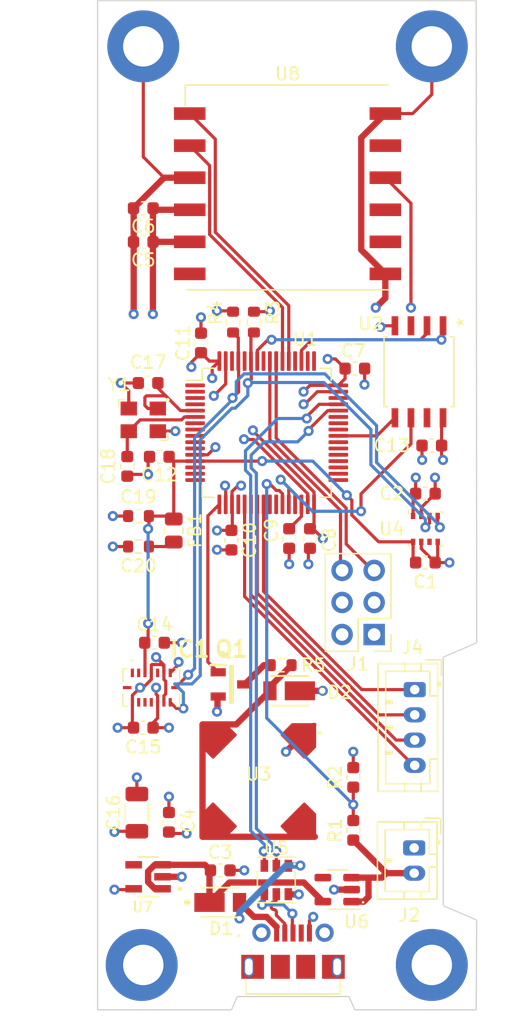
<source format=kicad_pcb>
(kicad_pcb (version 20211014) (generator pcbnew)
  (layers (0 "F.Cu" signal) (1 "In1.Cu" power) (2 "In2.Cu" power) (31 "B.Cu" signal) (34 "B.Paste" user) (35 "F.Paste" user) (36 "B.SilkS" user "B.Silkscreen") (37 "F.SilkS" user "F.Silkscreen") (38 "B.Mask" user) (39 "F.Mask" user) (44 "Edge.Cuts" user))
  (net 0 "")
  (net 5 "Net-(C9-Pad1)")
  (net 6 "Net-(C17-Pad1)")
  (net 12 "Net-(C18-Pad1)")
  (net 14 "/MCU/QUADSPI_CLK")
  (net 15 "/MCU/QUADSPI_IO0")
  (net 20 "/MCU/SPI1_SCK")
  (net 21 "/MCU/SPI1_MISO")
  (net 22 "/MCU/SPI1_MOSI")
  (net 23 "/MCU/Radio_Enable")
  (net 26 "/MCU/SYS_JTCK_SWCLK")
  (net 37 "/MCU/QUADSPI_IO1")
  (net 43 "Net-(Q1-Pad3)")
  (net 44 "/MCU/QUADSPI_NCS")
  (net 47 "Net-(D2-Pad2)")
  (net 48 "/MCU/usb_dm")
  (net 51 "/MCU/usb_dp")
  (net 52 "/MCU/SCL")
  (net 53 "GND")
  (net 54 "+3.3V")
  (net 57 "+3.3VA")
  (net 58 "VBUS")
  (net 61 "Net-(C3-Pad1)")
  (net 67 "/GPS/rx_gps")
  (net 68 "/GPS/tx_gps")
  (net 69 "Net-(J3-Pad2)")
  (net 70 "Net-(J3-Pad3)")
  (net 71 "/MCU/SYS_JTCK-SWCLK")
  (net 72 "/MCU/SYS_JTMS-SWDIO")
  (net 73 "/MCU/SYS_JTRST")
  (net 74 "/MCU/SYS_JTDO-SWO")
  (net 75 "/MCU/SYS_JTDI")
  (net 76 "/MCU/buzzer_gate")
  (net 77 "/MCU/SDA")
  (net 79 "Net-(J2-Pad2)")
  (net 80 "/MCU/PWR_BVOLTS")
  (net 81 "Net-(C20-Pad1)")
  (footprint "MountingHole:MountingHole_3.2mm_M3_ISO7380_Pad_TopBottom" (layer "F.Cu") (at 46.482 96.393)
    (fp_text reference "H4" hide)
    (fp_text value "MountingHole_Pad")
  )
  (footprint "Resistor_SMD:R_0603_1608Metric" (layer "F.Cu") (at 23.241 63.246 180)
    (fp_text reference "C20")
    (fp_text value "1uF")
  )
  (footprint "Capacitor_SMD:C_0603_1608Metric" (layer "F.Cu") (at 46.482 55.245 180)
    (fp_text reference "C13")
    (fp_text value "100n")
  )
  (footprint "Resistor_SMD:R_0603_1608Metric" (layer "F.Cu") (at 34.544 72.644 180)
    (fp_text reference "R5")
    (fp_text value "68")
  )
  (footprint "Capacitor_SMD:C_0603_1608Metric" (layer "F.Cu") (at 24.003 50.292 180)
    (fp_text reference "C17")
    (fp_text value "8pF")
  )
  (footprint "Capacitor_SMD:C_0603_1608Metric" (layer "F.Cu") (at 24.892 56.134 180)
    (fp_text reference "C12")
    (fp_text value "100n")
  )
  (footprint "Resistor_SMD:R_0603_1608Metric" (layer "F.Cu") (at 30.734 45.466 90)
    (fp_text reference "R4")
    (fp_text value "4.7k")
  )
  (footprint "Components:JST_PH_B2B-PH-K_1x02_P2.00mm_Vertical" (layer "F.Cu") (at 45.085 87.122 -90)
    (fp_text reference "J2")
    (fp_text value "Conn_01x02")
  )
  (footprint "Resistor_SMD:R_0805_2012Metric" (layer "F.Cu") (at 26.035 61.976 -90)
    (fp_text reference "FB1")
    (fp_text value "120R@100MHz")
  )
  (footprint "Components:Quectel_L80-R" (layer "F.Cu") (at 35.052 34.798)
    (fp_text reference "U8")
    (fp_text value "L80-R")
  )
  (footprint "Resistor_SMD:R_0603_1608Metric" (layer "F.Cu") (at 32.385 45.466 90)
    (fp_text reference "R3")
    (fp_text value "4.7k")
  )
  (footprint "Components:SOT96P240X120-3N" (layer "F.Cu") (at 30.607 74.168)
    (fp_text reference "Q1")
    (fp_text value "2N7002-7-F" hide)
  )
  (footprint "Capacitor_SMD:C_0603_1608Metric" (layer "F.Cu") (at 23.622 36.449 180)
    (fp_text reference "C6")
    (fp_text value "C_Small")
  )
  (footprint "Components:MOLEX_105017-0001" (layer "F.Cu") (at 35.485 96.539)
    (fp_text reference "J3")
    (fp_text value "105017-0001")
  )
  (footprint "Capacitor_SMD:C_0603_1608Metric" (layer "F.Cu") (at 30.607 62.738 -90)
    (fp_text reference "C10")
    (fp_text value "100n")
  )
  (footprint "Capacitor_SMD:C_0603_1608Metric" (layer "F.Cu") (at 40.259 85.725 90)
    (fp_text reference "R1")
    (fp_text value "100k")
  )
  (footprint "Capacitor_SMD:C_0603_1608Metric" (layer "F.Cu") (at 24.511 70.866)
    (fp_text reference "C14")
    (fp_text value "100nF")
  )
  (footprint "Components:PowerDI123" (layer "F.Cu") (at 35.179 74.676)
    (fp_text reference "D2")
    (fp_text value "D_Schottky" hide)
  )
  (footprint "MountingHole:MountingHole_3.2mm_M3_ISO7380_Pad_TopBottom" (layer "F.Cu") (at 46.482 23.622)
    (fp_text reference "H2" hide)
    (fp_text value "MountingHole_Pad")
  )
  (footprint "Components:BMI088" (layer "F.Cu") (at 24.257 74.422)
    (fp_text reference "IC1")
    (fp_text value "BMI088" hide)
  )
  (footprint "Capacitor_SMD:C_0603_1608Metric" (layer "F.Cu") (at 25.654 85.09 90)
    (fp_text reference "C4")
    (fp_text value "1uF")
  )
  (footprint "Components:JST_PH_B4B-PH-K_1x04_P2.00mm_Vertical" (layer "F.Cu") (at 45.127 74.581 -90)
    (fp_text reference "J4")
    (fp_text value "Conn_01x04")
  )
  (footprint "Capacitor_SMD:C_0603_1608Metric" (layer "F.Cu") (at 45.974 64.516)
    (fp_text reference "C1")
    (fp_text value "100nF")
  )
  (footprint "Components:SOT95P280X145-5N" (layer "F.Cu") (at 24.003 89.408 180)
    (fp_text reference "U7")
    (fp_text value "NCP161ASN180T1G")
  )
  (footprint "Capacitor_SMD:C_0603_1608Metric" (layer "F.Cu") (at 35.179 62.611 -90)
    (fp_text reference "C9")
    (fp_text value "4.7u")
  )
  (footprint "Components:ECS-80-8-33Q-ADS-TR3 Crystal" (layer "F.Cu") (at 23.622 53.213 180)
    (fp_text reference "Y1")
    (fp_text value "Crystal_GND24")
  )
  (footprint "Connector_PinHeader_2.54mm:PinHeader_2x03_P2.54mm_Vertical" (layer "F.Cu") (at 41.915 70.216 180)
    (fp_text reference "J1")
    (fp_text value "Conn_01x06_Male")
  )
  (footprint "Components:SDR08540M3-01 Buzzer" (layer "F.Cu") (at 32.766 81.788)
    (fp_text reference "U3")
    (fp_text value "SDR08540M3-01")
  )
  (footprint "Components:STF202-22T1G" (layer "F.Cu") (at 34.163 89.662 180)
    (fp_text reference "U5")
    (fp_text value "STF202-22T1G" hide)
  )
  (footprint "Capacitor_SMD:C_0603_1608Metric" (layer "F.Cu") (at 29.718 88.9)
    (fp_text reference "C3")
    (fp_text value "1uF")
  )
  (footprint "Resistor_SMD:R_0603_1608Metric" (layer "F.Cu") (at 23.241 60.833 180)
    (fp_text reference "C19")
    (fp_text value "1uF")
  )
  (footprint "Components:PowerDI123" (layer "F.Cu") (at 29.718 91.44 180)
    (fp_text reference "D1")
    (fp_text value "DFLS130L" hide)
  )
  (footprint "MountingHole:MountingHole_3.2mm_M3_ISO7380_Pad_TopBottom" (layer "F.Cu") (at 23.622 23.622)
    (fp_text reference "H3" hide)
    (fp_text value "MountingHole_Pad")
  )
  (footprint "Package_LGA:Bosch_LGA-8_2.5x2.5mm_P0.65mm_ClockwisePinNumbering" (layer "F.Cu") (at 45.974 61.849)
    (fp_text reference "U4")
    (fp_text value "BME280")
  )
  (footprint "Capacitor_SMD:C_0603_1608Metric" (layer "F.Cu") (at 36.83 62.611 -90)
    (fp_text reference "C8")
    (fp_text value "100n")
  )
  (footprint "Capacitor_SMD:C_1206_3216Metric" (layer "F.Cu") (at 23.114 84.328 90)
    (fp_text reference "C16")
    (fp_text value "1uF")
  )
  (footprint "Capacitor_SMD:C_0603_1608Metric" (layer "F.Cu") (at 40.386 49.149)
    (fp_text reference "C7")
    (fp_text value "100n")
  )
  (footprint "Capacitor_SMD:C_0603_1608Metric" (layer "F.Cu") (at 23.622 77.597)
    (fp_text reference "C15")
    (fp_text value "100nF")
  )
  (footprint "MountingHole:MountingHole_3.2mm_M3_ISO7380_Pad_TopBottom" (layer "F.Cu") (at 23.495 96.393)
    (fp_text reference "H1" hide)
    (fp_text value "MountingHole_Pad")
  )
  (footprint "Package_TO_SOT_SMD:SOT-23-5" (layer "F.Cu") (at 38.989 90.424 180)
    (fp_text reference "U6")
    (fp_text value "MAX40203_SOT23" hide)
  )
  (footprint "Capacitor_SMD:C_0603_1608Metric" (layer "F.Cu") (at 22.352 56.896 -90)
    (fp_text reference "C18")
    (fp_text value "8pF")
  )
  (footprint "Capacitor_SMD:C_0603_1608Metric" (layer "F.Cu") (at 45.974 59.055 180)
    (fp_text reference "C2")
    (fp_text value "100nF")
  )
  (footprint "Capacitor_SMD:C_0603_1608Metric" (layer "F.Cu") (at 40.259 81.534 90)
    (fp_text reference "R2")
    (fp_text value "100k")
  )
  (footprint "Components:LQFP-64_10x10mm_P0.5mm" (layer "F.Cu") (at 33.401 54.229)
    (fp_text reference "U1")
    (fp_text value "STM32F446RETx")
  )
  (footprint "Components:W25Q64JVSSIQ" (layer "F.Cu") (at 45.466 49.403 -90)
    (fp_text reference "U2")
    (fp_text value "W25Q64JVSS" hide)
  )
  (footprint "Capacitor_SMD:C_0603_1608Metric" (layer "F.Cu") (at 28.194 47.117 90)
    (fp_text reference "C11")
    (fp_text value "100n")
  )
  (footprint "Capacitor_SMD:C_0603_1608Metric" (layer "F.Cu") (at 23.622 39.116 180)
    (fp_text reference "C5")
    (fp_text value "100n")
  )
  (gr_poly (pts (xy 50.038 70.866) (xy 47.39099 72.009001) (xy 47.39099 91.694001) (xy 50.038 92.837) (xy 50 99.949) (xy 40.386 99.949) (xy 39.911871 98.895432) (xy 31.069863 98.895432) (xy 30.607 99.949) (xy 20 99.949) (xy 20 20) (xy 50 20)) (layer "Edge.Cuts") (width 0.1) (fill none))
  (segment (start 36.151 60.864) (end 36.151 59.904) (width 0.25) (layer "F.Cu") (net 5))
  (segment (start 35.179 61.836) (end 36.151 60.864) (width 0.25) (layer "F.Cu") (net 5))
  (segment (start 24.778 50.292) (end 24.778 50.686) (width 0.25) (layer "F.Cu") (net 6))
  (segment (start 23.876 51.308) (end 25.4 51.308) (width 0.25) (layer "F.Cu") (net 6))
  (segment (start 23.749 51.435) (end 23.876 51.308) (width 0.25) (layer "F.Cu") (net 6))
  (segment (start 24.772 52.313) (end 23.992 52.313) (width 0.25) (layer "F.Cu") (net 6))
  (segment (start 26.571 52.479) (end 27.726 52.479) (width 0.25) (layer "F.Cu") (net 6))
  (segment (start 23.749 52.07) (end 23.749 51.435) (width 0.25) (layer "F.Cu") (net 6))
  (segment (start 23.992 52.313) (end 23.749 52.07) (width 0.25) (layer "F.Cu") (net 6))
  (segment (start 25.4 51.308) (end 26.571 52.479) (width 0.25) (layer "F.Cu") (net 6))
  (segment (start 24.778 50.686) (end 25.4 51.308) (width 0.25) (layer "F.Cu") (net 6))
  (segment (start 26.885315 52.979) (end 27.726 52.979) (width 0.25) (layer "F.Cu") (net 12))
  (segment (start 22.352 54.233) (end 22.472 54.113) (width 0.25) (layer "F.Cu") (net 12))
  (segment (start 26.651315 53.213) (end 26.885315 52.979) (width 0.25) (layer "F.Cu") (net 12))
  (segment (start 23.372 53.213) (end 26.651315 53.213) (width 0.25) (layer "F.Cu") (net 12))
  (segment (start 22.352 56.121) (end 22.352 54.233) (width 0.25) (layer "F.Cu") (net 12))
  (segment (start 22.472 54.113) (end 23.372 53.213) (width 0.25) (layer "F.Cu") (net 12))
  (segment (start 44.831 55.118) (end 44.831 53.0479) (width 0.25) (layer "F.Cu") (net 14))
  (segment (start 35.151 59.904) (end 35.151 58.587914) (width 0.25) (layer "F.Cu") (net 14))
  (segment (start 40.8725 60.452) (end 40.8725 59.0765) (width 0.25) (layer "F.Cu") (net 14))
  (segment (start 35.151 58.587914) (end 34.509543 57.946457) (width 0.25) (layer "F.Cu") (net 14))
  (segment (start 40.8725 59.0765) (end 44.831 55.118) (width 0.25) (layer "F.Cu") (net 14))
  (via (at 40.8725 60.452) (size 0.8) (drill 0.4) (layers "F.Cu" "B.Cu") (net 14))
  (via (at 34.509543 57.946457) (size 0.8) (drill 0.4) (layers "F.Cu" "B.Cu") (net 14))
  (segment (start 40.8725 60.452) (end 37.015086 60.452) (width 0.25) (layer "B.Cu") (net 14))
  (segment (start 37.015086 60.452) (end 34.509543 57.946457) (width 0.25) (layer "B.Cu") (net 14))
  (segment (start 39.076 54.479) (end 42.1299 54.479) (width 0.25) (layer "F.Cu") (net 15))
  (segment (start 42.1299 54.479) (end 43.561 53.0479) (width 0.25) (layer "F.Cu") (net 15))
  (segment (start 31.651 59.904) (end 31.651 67.211) (width 0.25) (layer "F.Cu") (net 20))
  (segment (start 31.651 67.211) (end 45.021 80.581) (width 0.25) (layer "F.Cu") (net 20))
  (segment (start 45.021 80.581) (end 45.127 80.581) (width 0.25) (layer "F.Cu") (net 20))
  (segment (start 32.151 67.074604) (end 43.657396 78.581) (width 0.25) (layer "F.Cu") (net 21))
  (segment (start 43.657396 78.581) (end 45.127 78.581) (width 0.25) (layer "F.Cu") (net 21))
  (segment (start 32.151 59.904) (end 32.151 67.074604) (width 0.25) (layer "F.Cu") (net 21))
  (segment (start 42.293792 76.581) (end 45.127 76.581) (width 0.25) (layer "F.Cu") (net 22))
  (segment (start 32.651 59.904) (end 32.651 66.938208) (width 0.25) (layer "F.Cu") (net 22))
  (segment (start 32.651 66.938208) (end 42.293792 76.581) (width 0.25) (layer "F.Cu") (net 22))
  (segment (start 33.151 66.801812) (end 40.930188 74.581) (width 0.25) (layer "F.Cu") (net 23))
  (segment (start 40.930188 74.581) (end 45.127 74.581) (width 0.25) (layer "F.Cu") (net 23))
  (segment (start 33.151 59.904) (end 33.151 66.801812) (width 0.25) (layer "F.Cu") (net 23))
  (segment (start 46.101 46.355) (end 46.101 45.7581) (width 0.25) (layer "F.Cu") (net 37))
  (segment (start 37.001315 46.863) (end 45.593 46.863) (width 0.25) (layer "F.Cu") (net 37))
  (segment (start 36.151 47.713315) (end 37.001315 46.863) (width 0.25) (layer "F.Cu") (net 37))
  (segment (start 36.151 48.554) (end 36.151 47.713315) (width 0.25) (layer "F.Cu") (net 37))
  (segment (start 45.593 46.863) (end 46.101 46.355) (width 0.25) (layer "F.Cu") (net 37))
  (segment (start 31.657 74.168) (end 33.181 72.644) (width 0.5) (layer "F.Cu") (net 43))
  (segment (start 33.181 72.644) (end 33.719 72.644) (width 0.5) (layer "F.Cu") (net 43))
  (segment (start 33.501315 46.863) (end 32.651 47.713315) (width 0.25) (layer "F.Cu") (net 44))
  (segment (start 32.651 47.713315) (end 32.651 48.554) (width 0.25) (layer "F.Cu") (net 44))
  (segment (start 47.244 46.863) (end 47.371 46.736) (width 0.25) (layer "F.Cu") (net 44))
  (segment (start 47.371 46.736) (end 47.371 45.7581) (width 0.25) (layer "F.Cu") (net 44))
  (segment (start 33.782 46.863) (end 33.501315 46.863) (width 0.25) (layer "F.Cu") (net 44))
  (via (at 33.782 46.863) (size 0.8) (drill 0.4) (layers "F.Cu" "B.Cu") (net 44))
  (via (at 47.244 46.863) (size 0.8) (drill 0.4) (layers "F.Cu" "B.Cu") (net 44))
  (segment (start 47.244 46.863) (end 33.782 46.863) (width 0.25) (layer "B.Cu") (net 44))
  (segment (start 33.654 74.676) (end 33.654 74.359) (width 0.5) (layer "F.Cu") (net 47))
  (segment (start 33.654 74.359) (end 35.369 72.644) (width 0.5) (layer "F.Cu") (net 47))
  (segment (start 28.316 77.338) (end 28.316 86.238) (width 0.5) (layer "F.Cu") (net 47))
  (segment (start 28.316 86.238) (end 37.216 86.238) (width 0.5) (layer "F.Cu") (net 47))
  (segment (start 30.992 77.338) (end 28.316 77.338) (width 0.5) (layer "F.Cu") (net 47))
  (segment (start 33.654 74.676) (end 30.992 77.338) (width 0.5) (layer "F.Cu") (net 47))
  (segment (start 38.235315 52.479) (end 39.076 52.479) (width 0.25) (layer "F.Cu") (net 48))
  (segment (start 36.719969 54.091577) (end 36.719969 53.994346) (width 0.25) (layer "F.Cu") (net 48))
  (segment (start 34.163 88.537) (end 34.163 87.376) (width 0.25) (layer "F.Cu") (net 48))
  (segment (start 36.719969 53.994346) (end 38.235315 52.479) (width 0.25) (layer "F.Cu") (net 48))
  (via (at 36.719969 54.091577) (size 0.8) (drill 0.4) (layers "F.Cu" "B.Cu") (net 48))
  (via (at 34.163 87.376) (size 0.8) (drill 0.4) (layers "F.Cu" "B.Cu") (net 48))
  (segment (start 33.888 86.889299) (end 33.888 87.101) (width 0.25) (layer "B.Cu") (net 48))
  (segment (start 32.168895 55.998195) (end 32.168895 57.019316) (width 0.25) (layer "B.Cu") (net 48))
  (segment (start 35.857546 54.954) (end 33.21309 54.954) (width 0.25) (layer "B.Cu") (net 48))
  (segment (start 32.581 57.431421) (end 32.581 85.582299) (width 0.25) (layer "B.Cu") (net 48))
  (segment (start 33.888 87.101) (end 34.163 87.376) (width 0.25) (layer "B.Cu") (net 48))
  (segment (start 32.581 85.582299) (end 33.888 86.889299) (width 0.25) (layer "B.Cu") (net 48))
  (segment (start 32.168895 57.019316) (end 32.581 57.431421) (width 0.25) (layer "B.Cu") (net 48))
  (segment (start 36.719969 54.091577) (end 35.857546 54.954) (width 0.25) (layer "B.Cu") (net 48))
  (segment (start 33.21309 54.954) (end 32.168895 55.998195) (width 0.25) (layer "B.Cu") (net 48))
  (segment (start 33.213 88.537) (end 33.213 87.425503) (width 0.25) (layer "F.Cu") (net 51))
  (segment (start 36.576 52.949695) (end 37.546695 51.979) (width 0.25) (layer "F.Cu") (net 51))
  (segment (start 37.546695 51.979) (end 39.076 51.979) (width 0.25) (layer "F.Cu") (net 51))
  (segment (start 33.213 87.425503) (end 33.163497 87.376) (width 0.25) (layer "F.Cu") (net 51))
  (segment (start 36.576 53.102497) (end 36.576 52.949695) (width 0.25) (layer "F.Cu") (net 51))
  (via (at 33.163497 87.376) (size 0.8) (drill 0.4) (layers "F.Cu" "B.Cu") (net 51))
  (via (at 36.576 53.102497) (size 0.8) (drill 0.4) (layers "F.Cu" "B.Cu") (net 51))
  (segment (start 34.273503 53.102497) (end 31.718895 55.657105) (width 0.25) (layer "B.Cu") (net 51))
  (segment (start 32.131 57.617817) (end 32.131 85.768695) (width 0.25) (layer "B.Cu") (net 51))
  (segment (start 31.718895 55.657105) (end 31.718895 57.205712) (width 0.25) (layer "B.Cu") (net 51))
  (segment (start 36.576 53.102497) (end 34.273503 53.102497) (width 0.25) (layer "B.Cu") (net 51))
  (segment (start 33.438 87.075695) (end 33.438 87.101497) (width 0.25) (layer "B.Cu") (net 51))
  (segment (start 31.718895 57.205712) (end 32.131 57.617817) (width 0.25) (layer "B.Cu") (net 51))
  (segment (start 33.438 87.101497) (end 33.163497 87.376) (width 0.25) (layer "B.Cu") (net 51))
  (segment (start 32.131 85.768695) (end 33.438 87.075695) (width 0.25) (layer "B.Cu") (net 51))
  (segment (start 46.949 60.824) (end 46.949 61.554) (width 0.25) (layer "F.Cu") (net 52))
  (segment (start 31.151 46.708) (end 30.734 46.291) (width 0.25) (layer "F.Cu") (net 52))
  (segment (start 30.693273 51.476434) (end 31.176 50.993707) (width 0.25) (layer "F.Cu") (net 52))
  (segment (start 46.949 61.554) (end 47.117 61.722) (width 0.25) (layer "F.Cu") (net 52))
  (segment (start 31.151 48.554) (end 31.151 46.708) (width 0.25) (layer "F.Cu") (net 52))
  (segment (start 26.172 74.422) (end 26.172 74.412) (width 0.25) (layer "F.Cu") (net 52))
  (segment (start 26.172 74.412) (end 27.178 73.406) (width 0.25) (layer "F.Cu") (net 52))
  (segment (start 31.176 50.993707) (end 31.176 48.834) (width 0.25) (layer "F.Cu") (net 52))
  (via (at 27.178 73.406) (size 0.8) (drill 0.4) (layers "F.Cu" "B.Cu") (net 52))
  (via (at 47.117 61.722) (size 0.8) (drill 0.4) (layers "F.Cu" "B.Cu") (net 52))
  (via (at 30.693273 51.476434) (size 0.8) (drill 0.4) (layers "F.Cu" "B.Cu") (net 52))
  (segment (start 30.693273 51.476434) (end 30.693273 51.602727) (width 0.25) (layer "B.Cu") (net 52))
  (segment (start 30.988 50.185382) (end 30.988 51.181707) (width 0.25) (layer "B.Cu") (net 52))
  (segment (start 30.988 51.181707) (end 30.693273 51.476434) (width 0.25) (layer "B.Cu") (net 52))
  (segment (start 30.693273 51.602727) (end 27.686 54.61) (width 0.25) (layer "B.Cu") (net 52))
  (segment (start 27.686 54.61) (end 27.686 72.898) (width 0.25) (layer "B.Cu") (net 52))
  (segment (start 38.01 49.567) (end 31.606382 49.567) (width 0.25) (layer "B.Cu") (net 52))
  (segment (start 31.606382 49.567) (end 30.988 50.185382) (width 0.25) (layer "B.Cu") (net 52))
  (segment (start 42.106 53.663) (end 38.01 49.567) (width 0.25) (layer "B.Cu") (net 52))
  (segment (start 42.106 56.584) (end 42.106 53.663) (width 0.25) (layer "B.Cu") (net 52))
  (segment (start 27.686 72.898) (end 27.178 73.406) (width 0.25) (layer "B.Cu") (net 52))
  (segment (start 47.117 61.722) (end 47.117 61.595) (width 0.25) (layer "B.Cu") (net 52))
  (segment (start 47.117 61.595) (end 42.106 56.584) (width 0.25) (layer "B.Cu") (net 52))
  (segment (start 24.003 57.531) (end 22.492 57.531) (width 0.25) (layer "F.Cu") (net 53))
  (segment (start 44.966 28.948) (end 42.802 28.948) (width 0.25) (layer "F.Cu") (net 53))
  (segment (start 25.286 70.866) (end 26.67 70.866) (width 0.25) (layer "F.Cu") (net 53))
  (segment (start 23.114 82.853) (end 23.114 81.534) (width 0.25) (layer "F.Cu") (net 53))
  (segment (start 28.194 46.342) (end 28.194 45.085) (width 0.25) (layer "F.Cu") (net 53))
  (segment (start 45.707 55.245) (end 45.707 56.375) (width 0.25) (layer "F.Cu") (net 53))
  (segment (start 22.757 75.587) (end 22.757 77.507) (width 0.25) (layer "F.Cu") (net 53))
  (segment (start 29.501 76.29) (end 29.501 75.184) (width 0.5) (layer "F.Cu") (net 53))
  (segment (start 21.844 50.292) (end 23.228 50.292) (width 0.25) (layer "F.Cu") (net 53))
  (segment (start 24.638 72.009) (end 25.257 72.628) (width 0.25) (layer "F.Cu") (net 53))
  (segment (start 25.257 73.7765) (end 25.4 73.9195) (width 0.25) (layer "F.Cu") (net 53))
  (segment (start 45.199 59.055) (end 45.199 57.798) (width 0.25) (layer "F.Cu") (net 53))
  (segment (start 42.802 43.558) (end 42.037 44.323) (width 0.5) (layer "F.Cu") (net 53))
  (segment (start 23.622 32.382) (end 25.268 34.028) (width 0.25) (layer "F.Cu") (net 53))
  (segment (start 22.416 60.833) (end 21.209 60.833) (width 0.25) (layer "F.Cu") (net 53))
  (segment (start 24.783 54.102) (end 24.772 54.113) (width 0.25) (layer "F.Cu") (net 53))
  (segment (start 25.4 74.9245) (end 25.257 75.0675) (width 0.25) (layer "F.Cu") (net 53))
  (segment (start 25.4 73.9195) (end 25.4 74.9245) (width 0.25) (layer "F.Cu") (net 53))
  (segment (start 46.949 64.316) (end 46.749 64.516) (width 0.25) (layer "F.Cu") (net 53))
  (segment (start 22.757 75.033) (end 23.368 74.422) (width 0.25) (layer "F.Cu") (net 53))
  (segment (start 35.941 90.805) (end 35.131 90.805) (width 0.5) (layer "F.Cu") (net 53))
  (segment (start 24.003 56.248) (end 24.117 56.134) (width 0.25) (layer "F.Cu") (net 53))
  (segment (start 36.703 64.643) (end 36.703 63.513) (width 0.25) (layer "F.Cu") (net 53))
  (segment (start 26.162 54.102) (end 24.783 54.102) (width 0.25) (layer "F.Cu") (net 53))
  (segment (start 22.86 36.462) (end 22.847 36.449) (width 0.25) (layer "F.Cu") (net 53))
  (segment (start 42.418 45.847) (end 42.5069 45.7581) (width 0.25) (layer "F.Cu") (net 53))
  (segment (start 41.161 49.149) (end 41.161 50.406) (width 0.25) (layer "F.Cu") (net 53))
  (segment (start 45.649 63.416) (end 46.749 64.516) (width 0.25) (layer "F.Cu") (net 53))
  (segment (start 25.268 34.028) (end 27.302 34.028) (width 0.5) (layer "F.Cu") (net 53))
  (segment (start 25.257 72.755) (end 25.257 73.257) (width 0.25) (layer "F.Cu") (net 53))
  (segment (start 31.601695 54.749706) (end 31.989899 54.749706) (width 0.25) (layer "F.Cu") (net 53))
  (segment (start 25.257 72.628) (end 25.257 73.257) (width 0.25) (layer "F.Cu") (net 53))
  (segment (start 22.757 77.507) (end 22.847 77.597) (width 0.25) (layer "F.Cu") (net 53))
  (segment (start 24.003 57.531) (end 24.003 56.248) (width 0.25) (layer "F.Cu") (net 53))
  (segment (start 46.482 23.622) (end 46.482 27.432) (width 0.25) (layer "F.Cu") (net 53))
  (segment (start 29.464 76.327) (end 29.501 76.29) (width 0.5) (layer "F.Cu") (net 53))
  (segment (start 30.151 58.472) (end 30.151 59.904) (width 0.25) (layer "F.Cu") (net 53))
  (segment (start 37.084 92.583) (end 36.785 92.882) (width 0.25) (layer "F.Cu") (net 53))
  (segment (start 25.257 75.0675) (end 25.257 75.587) (width 0.25) (layer "F.Cu") (net 53))
  (segment (start 46.949 62.874) (end 46.949 64.316) (width 0.25) (layer "F.Cu") (net 53))
  (segment (start 29.464 63.5) (end 29.477 63.513) (width 0.25) (layer "F.Cu") (net 53))
  (segment (start 30.151 50.367) (end 30.151 48.554) (width 0.25) (layer "F.Cu") (net 53))
  (segment (start 22.847 36.449) (end 25.268 34.028) (width 0.5) (layer "F.Cu") (net 53))
  (segment (start 40.259 80.759) (end 40.259 79.502) (width 0.25) (layer "F.Cu") (net 53))
  (segment (start 25.257 72.628) (end 25.257 73.7765) (width 0.25) (layer "F.Cu") (net 53))
  (segment (start 32.355637 54.767952) (end 36.651 59.063315) (width 0.25) (layer "F.Cu") (net 53))
  (segment (start 36.785 92.882) (end 36.785 93.864) (width 0.25) (layer "F.Cu") (net 53))
  (segment (start 22.86 44.831) (end 22.86 36.462) (width 0.5) (layer "F.Cu") (net 53))
  (segment (start 40.894 39.751) (end 41.216 40.073) (width 0.5) (layer "F.Cu") (net 53))
  (segment (start 24.257 73.777695) (end 23.612695 74.422) (width 0.25) (layer "F.Cu") (net 53))
  (segment (start 45.199 57.798) (end 45.212 57.785) (width 0.25) (layer "F.Cu") (net 53))
  (segment (start 30.099 58.42) (end 30.151 58.472) (width 0.25) (layer "F.Cu") (net 53))
  (segment (start 36.415072 51.976928) (end 37.413 50.979) (width 0.25) (layer "F.Cu") (net 53))
  (segment (start 46.482 27.432) (end 44.966 28.948) (width 0.25) (layer "F.Cu") (net 53))
  (segment (start 47.879 64.516) (end 46.749 64.516) (width 0.25) (layer "F.Cu") (net 53))
  (segment (start 25.148 89.408) (end 26.67 89.408) (width 0.5) (layer "F.Cu") (net 53))
  (segment (start 25.654 84.315) (end 25.654 83.058) (width 0.25) (layer "F.Cu") (net 53))
  (segment (start 22.472 52.313) (end 22.472 50.92) (width 0.25) (layer "F.Cu") (net 53))
  (segment (start 25.0965 72.5945) (end 25.257 72.755) (width 0.25) (layer "F.Cu") (net 53))
  (segment (start 29.21 51.308) (end 30.151 50.367) (width 0.25) (layer "F.Cu") (net 53))
  (segment (start 35.131 90.805) (end 35.113 90.787) (width 0.25) (layer "F.Cu") (net 53))
  (segment (start 29.477 63.513) (end 30.607 63.513) (width 0.25) (layer "F.Cu") (net 53))
  (segment (start 36.651 59.063315) (end 36.651 59.904) (width 0.25) (layer "F.Cu") (net 53))
  (segment (start 37.413 50.979) (end 39.076 50.979) (width 0.25) (layer "F.Cu") (net 53))
  (segment (start 24.257 72.6445) (end 24.307 72.5945) (width 0.25) (layer "F.Cu") (net 53))
  (segment (start 24.257 73.257) (end 24.257 73.777695) (width 0.25) (layer "F.Cu") (net 53))
  (segment (start 24.257 73.257) (end 24.257 72.6445) (width 0.25) (layer "F.Cu") (net 53))
  (segment (start 31.623 88.9) (end 30.493 88.9) (width 0.25) (layer "F.Cu") (net 53))
  (segment (start 45.707 56.375) (end 45.72 56.388) (width 0.25) (layer "F.Cu") (net 53))
  (segment (start 22.757 75.587) (end 22.757 75.033) (width 0.25) (layer "F.Cu") (net 53))
  (segment (start 42.802 28.948) (end 40.894 30.856) (width 0.5) (layer "F.Cu") (net 53))
  (segment (start 29.337 55.372) (end 28.73 55.979) (width 0.25) (layer "F.Cu") (net 53))
  (segment (start 22.472 50.92) (end 21.844 50.292) (width 0.25) (layer "F.Cu") (net 53))
  (segment (start 31.989899 54.749706) (end 32.008145 54.767952) (width 0.25) (layer "F.Cu") (net 53))
  (segment (start 41.216 40.073) (end 41.227 40.073) (width 0.25) (layer "F.Cu") (net 53))
  (segment (start 44.999 59.255) (end 45.199 59.055) (width 0.25) (layer "F.Cu") (net 53))
  (segment (start 22.847 77.597) (end 21.59 77.597) (width 0.25) (layer "F.Cu") (net 53))
  (segment (start 28.73 55.979) (end 27.726 55.979) (width 0.25) (layer "F.Cu") (net 53))
  (segment (start 29.501 75.184) (end 29.557 75.128) (width 0.25) (layer "F.Cu") (net 53))
  (segment (start 22.492 57.531) (end 22.352 57.671) (width 0.25) (layer "F.Cu") (net 53))
  (segment (start 40.894 30.856) (end 40.894 39.751) (width 0.5) (layer "F.Cu") (net 53))
  (segment (start 36.322 51.976928) (end 36.415072 51.976928) (width 0.25) (layer "F.Cu") (net 53))
  (segment (start 23.612695 74.422) (end 23.368 74.422) (width 0.25) (layer "F.Cu") (net 53))
  (segment (start 41.161 50.406) (end 41.148 50.419) (width 0.25) (layer "F.Cu") (net 53))
  (segment (start 41.227 40.073) (end 42.802 41.648) (width 0.5) (layer "F.Cu") (net 53))
  (segment (start 38.735 90.424) (end 40.1265 90.424) (width 0.5) (layer "F.Cu") (net 53))
  (segment (start 36.703 63.513) (end 36.83 63.386) (width 0.25) (layer "F.Cu") (net 53))
  (segment (start 45.649 62.874) (end 45.649 63.416) (width 0.25) (layer "F.Cu") (net 53))
  (segment (start 44.999 60.824) (end 44.999 59.255) (width 0.25) (layer "F.Cu") (net 53))
  (segment (start 32.008145 54.767952) (end 32.355637 54.767952) (width 0.25) (layer "F.Cu") (net 53))
  (segment (start 42.5069 45.7581) (end 43.561 45.7581) (width 0.25) (layer "F.Cu") (net 53))
  (segment (start 24.307 72.5945) (end 25.0965 72.5945) (width 0.25) (layer "F.Cu") (net 53))
  (segment (start 42.802 41.648) (end 42.802 43.558) (width 0.5) (layer "F.Cu") (net 53))
  (segment (start 23.622 23.622) (end 23.622 32.382) (width 0.25) (layer "F.Cu") (net 53))
  (segment (start 35.179 64.643) (end 35.179 63.386) (width 0.25) (layer "F.Cu") (net 53))
  (segment (start 21.209 63.246) (end 22.416 63.246) (width 0.25) (layer "F.Cu") (net 53))
  (via (at 21.844 50.292) (size 0.8) (drill 0.4) (layers "F.Cu" "B.Cu") (net 53))
  (via (at 31.601695 54.749706) (size 0.8) (drill 0.4) (layers "F.Cu" "B.Cu") (net 53))
  (via (at 21.209 60.833) (size 0.8) (drill 0.4) (layers "F.Cu" "B.Cu") (net 53))
  (via (at 36.322 51.976928) (size 0.8) (drill 0.4) (layers "F.Cu" "B.Cu") (net 53))
  (via (at 42.418 45.847) (size 0.8) (drill 0.4) (layers "F.Cu" "B.Cu") (net 53))
  (via (at 26.67 70.866) (size 0.8) (drill 0.4) (layers "F.Cu" "B.Cu") (net 53))
  (via (at 29.464 76.327) (size 0.8) (drill 0.4) (layers "F.Cu" "B.Cu") (net 53))
  (via (at 38.735 90.424) (size 0.8) (drill 0.4) (layers "F.Cu" "B.Cu") (net 53))
  (via (at 23.114 81.534) (size 0.8) (drill 0.4) (layers "F.Cu" "B.Cu") (net 53))
  (via (at 21.59 77.597) (size 0.8) (drill 0.4) (layers "F.Cu" "B.Cu") (net 53))
  (via (at 36.703 64.643) (size 0.8) (drill 0.4) (layers "F.Cu" "B.Cu") (net 53))
  (via (at 35.941 90.805) (size 0.8) (drill 0.4) (layers "F.Cu" "B.Cu") (net 53))
  (via (at 29.464 63.5) (size 0.8) (drill 0.4) (layers "F.Cu" "B.Cu") (net 53))
  (via (at 35.179 64.643) (size 0.8) (drill 0.4) (layers "F.Cu" "B.Cu") (net 53))
  (via (at 22.86 44.831) (size 0.8) (drill 0.4) (layers "F.Cu" "B.Cu") (net 53))
  (via (at 26.67 89.408) (size 0.8) (drill 0.4) (layers "F.Cu" "B.Cu") (net 53))
  (via (at 30.099 58.42) (size 0.8) (drill 0.4) (layers "F.Cu" "B.Cu") (net 53))
  (via (at 23.368 74.422) (size 0.8) (drill 0.4) (layers "F.Cu" "B.Cu") (net 53))
  (via (at 26.162 54.102) (size 0.8) (drill 0.4) (layers "F.Cu" "B.Cu") (net 53))
  (via (at 29.337 55.372) (size 0.8) (drill 0.4) (layers "F.Cu" "B.Cu") (net 53))
  (via (at 28.194 45.085) (size 0.8) (drill 0.4) (layers "F.Cu" "B.Cu") (net 53))
  (via (at 21.209 63.246) (size 0.8) (drill 0.4) (layers "F.Cu" "B.Cu") (net 53))
  (via (at 42.037 44.323) (size 0.8) (drill 0.4) (layers "F.Cu" "B.Cu") (net 53))
  (via (at 29.21 51.308) (size 0.8) (drill 0.4) (layers "F.Cu" "B.Cu") (net 53))
  (via (at 45.212 57.785) (size 0.8) (drill 0.4) (layers "F.Cu" "B.Cu") (net 53))
  (via (at 47.879 64.516) (size 0.8) (drill 0.4) (layers "F.Cu" "B.Cu") (net 53))
  (via (at 24.003 57.531) (size 0.8) (drill 0.4) (layers "F.Cu" "B.Cu") (net 53))
  (via (at 37.084 92.583) (size 0.8) (drill 0.4) (layers "F.Cu" "B.Cu") (net 53))
  (via (at 25.654 83.058) (size 0.8) (drill 0.4) (layers "F.Cu" "B.Cu") (net 53))
  (via (at 24.638 72.009) (size 0.8) (drill 0.4) (layers "F.Cu" "B.Cu") (net 53))
  (via (at 40.259 79.502) (size 0.8) (drill 0.4) (layers "F.Cu" "B.Cu") (net 53))
  (via (at 31.623 88.9) (size 0.8) (drill 0.4) (layers "F.Cu" "B.Cu") (net 53))
  (via (at 41.148 50.419) (size 0.8) (drill 0.4) (layers "F.Cu" "B.Cu") (net 53))
  (via (at 45.72 56.388) (size 0.8) (drill 0.4) (layers "F.Cu" "B.Cu") (net 53))
  (segment (start 47.257 56.274) (end 47.371 56.388) (width 0.25) (layer "F.Cu") (net 54))
  (segment (start 22.792 90.424) (end 22.858 90.358) (width 0.25) (layer "F.Cu") (net 54))
  (segment (start 24.397 77.597) (end 25.654 77.597) (width 0.25) (layer "F.Cu") (net 54))
  (segment (start 26.416 72.598) (end 25.757 73.257) (width 0.25) (layer "F.Cu") (net 54))
  (segment (start 27.432 49.022) (end 27.432 48.654) (width 0.25) (layer "F.Cu") (net 54))
  (segment (start 36.820425 50.479) (end 39.076 50.479) (width 0.25) (layer "F.Cu") (net 54))
  (segment (start 29.651 48.554) (end 28.856 48.554) (width 0.25) (layer "F.Cu") (net 54))
  (segment (start 24.384 36.462) (end 24.397 36.449) (width 0.25) (layer "F.Cu") (net 54))
  (segment (start 39.611 49.149) (end 39.611 49.944) (width 0.25) (layer "F.Cu") (net 54))
  (segment (start 27.051 85.979) (end 25.768 85.979) (width 0.25) (layer "F.Cu") (net 54))
  (segment (start 37.089 77.338) (end 37.216 77.338) (width 0.25) (layer "F.Cu") (net 54))
  (segment (start 36.322 78.105) (end 37.089 77.338) (width 0.25) (layer "F.Cu") (net 54))
  (segment (start 24.384 44.831) (end 24.384 36.462) (width 0.5) (layer "F.Cu") (net 54))
  (segment (start 45.649 60.155) (end 46.749 59.055) (width 0.25) (layer "F.Cu") (net 54))
  (segment (start 27.302 39.108) (end 24.405 39.108) (width 0.5) (layer "F.Cu") (net 54))
  (segment (start 24.405 39.108) (end 24.397 39.116) (width 0.25) (layer "F.Cu") (net 54))
  (segment (start 30.67 44.577) (end 30.734 44.641) (width 0.25) (layer "F.Cu") (net 54))
  (segment (start 29.464 44.577) (end 30.67 44.577) (width 0.25) (layer "F.Cu") (net 54))
  (segment (start 44.831 36.057) (end 42.802 34.028) (width 0.25) (layer "F.Cu") (net 54))
  (segment (start 46.749 57.798) (end 46.736 57.785) (width 0.25) (layer "F.Cu") (net 54))
  (segment (start 36.322 50.977425) (end 36.820425 50.479) (width 0.25) (layer "F.Cu") (net 54))
  (segment (start 30.651 59.904) (end 30.651 58.893305) (width 0.25) (layer "F.Cu") (net 54))
  (segment (start 24.757 76.843) (end 24.757 75.587) (width 0.25) (layer "F.Cu") (net 54))
  (segment (start 30.607 61.963) (end 29.477 61.963) (width 0.25) (layer "F.Cu") (net 54))
  (segment (start 47.257 53.1619) (end 47.371 53.0479) (width 0.25) (layer "F.Cu") (net 54))
  (segment (start 28.856 48.554) (end 28.194 47.892) (width 0.25) (layer "F.Cu") (net 54))
  (segment (start 29.477 61.963) (end 29.464 61.976) (width 0.25) (layer "F.Cu") (net 54))
  (segment (start 37.151 59.904) (end 37.151 61.515) (width 0.25) (layer "F.Cu") (net 54))
  (segment (start 44.831 44.323) (end 44.831 36.057) (width 0.25) (layer "F.Cu") (net 54))
  (segment (start 30.651 58.893305) (end 31.124305 58.42) (width 0.25) (layer "F.Cu") (net 54))
  (segment (start 27.432 48.654) (end 28.194 47.892) (width 0.25) (layer "F.Cu") (net 54))
  (segment (start 24.757 75.058305) (end 24.757 75.587) (width 0.25) (layer "F.Cu") (net 54))
  (segment (start 24.638 74.939305) (end 24.757 75.058305) (width 0.25) (layer "F.Cu") (net 54))
  (segment (start 39.611 49.944) (end 39.076 50.479) (width 0.25) (layer "F.Cu") (net 54))
  (segment (start 47.257 55.245) (end 47.257 53.1619) (width 0.25) (layer "F.Cu") (net 54))
  (segment (start 25.768 85.979) (end 25.654 85.865) (width 0.25) (layer "F.Cu") (net 54))
  (segment (start 47.257 55.245) (end 47.257 56.274) (width 0.25) (layer "F.Cu") (net 54))
  (segment (start 31.124305 58.42) (end 31.369 58.42) (width 0.25) (layer "F.Cu") (net 54))
  (segment (start 34.925 79.502) (end 36.322 78.105) (width 0.5) (layer "F.Cu") (net 54))
  (segment (start 33.591 44.641) (end 33.655 44.577) (width 0.25) (layer "F.Cu") (net 54))
  (segment (start 30.676 61.894) (end 30.676 59.748) (width 0.25) (layer "F.Cu") (net 54))
  (segment (start 24.638 74.422) (end 24.638 74.939305) (width 0.25) (layer "F.Cu") (net 54))
  (segment (start 38.849 48.387) (end 39.611 49.149) (width 0.25) (layer "F.Cu") (net 54))
  (segment (start 36.028999 74.676) (end 37.846 74.676) (width 0.5) (layer "F.Cu") (net 54))
  (segment (start 32.385 44.641) (end 33.591 44.641) (width 0.25) (layer "F.Cu") (net 54))
  (segment (start 37.151 58.926919) (end 37.151 59.904) (width 0.25) (layer "F.Cu") (net 54))
  (segment (start 46.749 59.055) (end 46.749 57.798) (width 0.25) (layer "F.Cu") (net 54))
  (segment (start 24.49 36.568) (end 24.384 36.462) (width 0.25) (layer "F.Cu") (net 54))
  (segment (start 29.083 49.122) (end 29.651 48.554) (width 0.25) (layer "F.Cu") (net 54))
  (segment (start 37.151 61.515) (end 36.83 61.836) (width 0.25) (layer "F.Cu") (net 54))
  (segment (start 21.336 90.424) (end 22.792 90.424) (width 0.25) (layer "F.Cu") (net 54))
  (segment (start 30.607 61.963) (end 30.676 61.894) (width 0.25) (layer "F.Cu") (net 54))
  (segment (start 36.83 61.836) (end 37.071 61.836) (width 0.25) (layer "F.Cu") (net 54))
  (segment (start 32.30845 54.084369) (end 37.151 58.926919) (width 0.25) (layer "F.Cu") (net 54))
  (segment (start 32.30845 54.042952) (end 32.30845 54.084369) (width 0.25) (layer "F.Cu") (net 54))
  (segment (start 26.416 72.39) (end 26.416 72.598) (width 0.25) (layer "F.Cu") (net 54))
  (segment (start 23.114 85.803) (end 21.385 85.803) (width 0.25) (layer "F.Cu") (net 54))
  (segment (start 21.385 85.803) (end 21.336 85.852) (width 0.25) (layer "F.Cu") (net 54))
  (segment (start 24.397 77.203) (end 24.757 76.843) (width 0.25) (layer "F.Cu") (net 54))
  (segment (start 37.071 61.836) (end 37.846 62.611) (width 0.25) (layer "F.Cu") (net 54))
  (segment (start 45.649 60.824) (end 45.649 60.155) (width 0.25) (layer "F.Cu") (net 54))
  (segment (start 29.083 49.911) (end 29.083 49.122) (width 0.25) (layer "F.Cu") (net 54))
  (segment (start 38.227 48.387) (end 38.849 48.387) (width 0.25) (layer "F.Cu") (net 54))
  (segment (start 27.302 36.568) (end 24.49 36.568) (width 0.5) (layer "F.Cu") (net 54))
  (via (at 32.30845 54.042952) (size 0.8) (drill 0.4) (layers "F.Cu" "B.Cu") (net 54))
  (via (at 24.638 74.422) (size 0.8) (drill 0.4) (layers "F.Cu" "B.Cu") (net 54))
  (via (at 34.925 79.502) (size 0.8) (drill 0.4) (layers "F.Cu" "B.Cu") (net 54))
  (via (at 47.371 56.388) (size 0.8) (drill 0.4) (layers "F.Cu" "B.Cu") (net 54))
  (via (at 21.336 85.852) (size 0.8) (drill 0.4) (layers "F.Cu" "B.Cu") (net 54))
  (via (at 33.655 44.577) (size 0.8) (drill 0.4) (layers "F.Cu" "B.Cu") (net 54))
  (via (at 44.831 44.323) (size 0.8) (drill 0.4) (layers "F.Cu" "B.Cu") (net 54))
  (via (at 21.336 90.424) (size 0.8) (drill 0.4) (layers "F.Cu" "B.Cu") (net 54))
  (via (at 38.227 48.387) (size 0.8) (drill 0.4) (layers "F.Cu" "B.Cu") (net 54))
  (via (at 26.416 72.39) (size 0.8) (drill 0.4) (layers "F.Cu" "B.Cu") (net 54))
  (via (at 27.051 85.979) (size 0.8) (drill 0.4) (layers "F.Cu" "B.Cu") (net 54))
  (via (at 29.464 61.976) (size 0.8) (drill 0.4) (layers "F.Cu" "B.Cu") (net 54))
  (via (at 29.464 44.577) (size 0.8) (drill 0.4) (layers "F.Cu" "B.Cu") (net 54))
  (via (at 24.384 44.831) (size 0.8) (drill 0.4) (layers "F.Cu" "B.Cu") (net 54))
  (via (at 37.846 62.611) (size 0.8) (drill 0.4) (layers "F.Cu" "B.Cu") (net 54))
  (via (at 25.654 77.597) (size 0.8) (drill 0.4) (layers "F.Cu" "B.Cu") (net 54))
  (via (at 27.432 49.022) (size 0.8) (drill 0.4) (layers "F.Cu" "B.Cu") (net 54))
  (via (at 36.322 50.977425) (size 0.8) (drill 0.4) (layers "F.Cu" "B.Cu") (net 54))
  (via (at 29.083 49.911) (size 0.8) (drill 0.4) (layers "F.Cu" "B.Cu") (net 54))
  (via (at 31.369 58.42) (size 0.8) (drill 0.4) (layers "F.Cu" "B.Cu") (net 54))
  (via (at 46.736 57.785) (size 0.8) (drill 0.4) (layers "F.Cu" "B.Cu") (net 54))
  (via (at 37.846 74.676) (size 0.8) (drill 0.4) (layers "F.Cu" "B.Cu") (net 54))
  (segment (start 44.999 64.316) (end 45.199 64.516) (width 0.25) (layer "F.Cu") (net 57))
  (segment (start 27.727299 56.477701) (end 27.726 56.479) (width 0.25) (layer "F.Cu") (net 57))
  (segment (start 24.003 61.849) (end 24.066 61.786) (width 0.25) (layer "F.Cu") (net 57))
  (segment (start 27.726 56.479) (end 26.012 56.479) (width 0.25) (layer "F.Cu") (net 57))
  (segment (start 26.012 56.479) (end 25.667 56.134) (width 0.25) (layer "F.Cu") (net 57))
  (segment (start 24.066 61.786) (end 24.066 60.833) (width 0.25) (layer "F.Cu") (net 57))
  (segment (start 24.003 70.599) (end 23.736 70.866) (width 0.25) (layer "F.Cu") (net 57))
  (segment (start 44.999 62.874) (end 44.999 64.316) (width 0.25) (layer "F.Cu") (net 57))
  (segment (start 23.757 73.257) (end 23.757 70.887) (width 0.25) (layer "F.Cu") (net 57))
  (segment (start 33.040788 56.477701) (end 27.727299 56.477701) (width 0.25) (layer "F.Cu") (net 57))
  (segment (start 24.003 69.342) (end 24.003 70.599) (width 0.25) (layer "F.Cu") (net 57))
  (segment (start 26.035 61.0635) (end 26.035 56.502) (width 0.25) (layer "F.Cu") (net 57))
  (segment (start 40.1475 59.5785) (end 40.1475 60.752305) (width 0.25) (layer "F.Cu") (net 57))
  (segment (start 23.757 70.887) (end 23.736 70.866) (width 0.25) (layer "F.Cu") (net 57))
  (segment (start 40.1475 60.752305) (end 42.269195 62.874) (width 0.25) (layer "F.Cu") (net 57))
  (segment (start 24.066 60.833) (end 25.8045 60.833) (width 0.25) (layer "F.Cu") (net 57))
  (segment (start 39.751 59.182) (end 40.1475 59.5785) (width 0.25) (layer "F.Cu") (net 57))
  (segment (start 42.269195 62.874) (end 44.999 62.874) (width 0.25) (layer "F.Cu") (net 57))
  (segment (start 26.035 56.502) (end 25.667 56.134) (width 0.25) (layer "F.Cu") (net 57))
  (segment (start 25.8045 60.833) (end 26.035 61.0635) (width 0.25) (layer "F.Cu") (net 57))
  (via (at 39.751 59.182) (size 0.8) (drill 0.4) (layers "F.Cu" "B.Cu") (net 57))
  (via (at 24.003 61.849) (size 0.8) (drill 0.4) (layers "F.Cu" "B.Cu") (net 57))
  (via (at 24.003 69.342) (size 0.8) (drill 0.4) (layers "F.Cu" "B.Cu") (net 57))
  (via (at 33.040788 56.477701) (size 0.8) (drill 0.4) (layers "F.Cu" "B.Cu") (net 57))
  (segment (start 33.040788 56.477701) (end 37.046701 56.477701) (width 0.25) (layer "B.Cu") (net 57))
  (segment (start 37.046701 56.477701) (end 39.751 59.182) (width 0.25) (layer "B.Cu") (net 57))
  (segment (start 24.003 61.849) (end 24.003 69.342) (width 0.25) (layer "B.Cu") (net 57))
  (segment (start 36.068 88.519) (end 35.131 88.519) (width 0.5) (layer "F.Cu") (net 58))
  (segment (start 34.185 93.389) (end 34.185 93.377299) (width 0.5) (layer "F.Cu") (net 58))
  (segment (start 35.131 88.519) (end 35.113 88.537) (width 0.5) (layer "F.Cu") (net 58))
  (segment (start 34.185 93.864) (end 34.185 93.389) (width 0.25) (layer "F.Cu") (net 58))
  (segment (start 34.185 93.377299) (end 33.390701 92.583) (width 0.5) (layer "F.Cu") (net 58))
  (segment (start 32.386 92.583) (end 31.243 91.44) (width 0.5) (layer "F.Cu") (net 58))
  (segment (start 33.390701 92.583) (end 32.386 92.583) (width 0.5) (layer "F.Cu") (net 58))
  (segment (start 31.243 92.709) (end 31.243 91.44) (width 0.5) (layer "F.Cu") (net 58))
  (segment (start 31.242 92.71) (end 31.243 92.709) (width 0.5) (layer "F.Cu") (net 58))
  (via (at 31.242 92.71) (size 0.8) (drill 0.4) (layers "F.Cu" "B.Cu") (net 58))
  (via (at 36.068 88.519) (size 0.8) (drill 0.4) (layers "F.Cu" "B.Cu") (net 58))
  (segment (start 31.242 92.202) (end 34.925 88.519) (width 0.5) (layer "B.Cu") (net 58))
  (segment (start 34.925 88.519) (end 36.068 88.519) (width 0.5) (layer "B.Cu") (net 58))
  (segment (start 31.242 92.71) (end 31.242 92.202) (width 0.5) (layer "B.Cu") (net 58))
  (segment (start 24.003 88.985797) (end 24.530797 88.458) (width 0.5) (layer "F.Cu") (net 61))
  (segment (start 28.868001 88.974999) (end 28.943 88.9) (width 0.25) (layer "F.Cu") (net 61))
  (segment (start 30.446001 89.862) (end 36.3395 89.862) (width 0.5) (layer "F.Cu") (net 61))
  (segment (start 24.530797 88.458) (end 24.707574 88.458) (width 0.5) (layer "F.Cu") (net 61))
  (segment (start 25.148 90.358) (end 24.707574 90.358) (width 0.25) (layer "F.Cu") (net 61))
  (segment (start 24.707574 88.458) (end 25.148 88.458) (width 0.25) (layer "F.Cu") (net 61))
  (segment (start 28.868001 91.44) (end 28.868001 88.974999) (width 0.5) (layer "F.Cu") (net 61))
  (segment (start 24.003 89.830203) (end 24.003 88.985797) (width 0.5) (layer "F.Cu") (net 61))
  (segment (start 28.501 88.458) (end 28.943 88.9) (width 0.5) (layer "F.Cu") (net 61))
  (segment (start 24.530797 90.358) (end 24.003 89.830203) (width 0.5) (layer "F.Cu") (net 61))
  (segment (start 36.3395 89.862) (end 37.8515 91.374) (width 0.5) (layer "F.Cu") (net 61))
  (segment (start 24.707574 90.358) (end 24.530797 90.358) (width 0.5) (layer "F.Cu") (net 61))
  (segment (start 25.148 88.458) (end 28.501 88.458) (width 0.5) (layer "F.Cu") (net 61))
  (segment (start 28.868001 91.44) (end 30.446001 89.862) (width 0.5) (layer "F.Cu") (net 61))
  (segment (start 35.151 44.166604) (end 29.327 38.342604) (width 0.25) (layer "F.Cu") (net 67))
  (segment (start 35.151 48.554) (end 35.151 44.166604) (width 0.25) (layer "F.Cu") (net 67))
  (segment (start 29.327 38.342604) (end 29.327 30.973) (width 0.25) (layer "F.Cu") (net 67))
  (segment (start 29.327 30.973) (end 27.302 28.948) (width 0.25) (layer "F.Cu") (net 67))
  (segment (start 34.651 44.303) (end 28.877 38.529) (width 0.25) (layer "F.Cu") (net 68))
  (segment (start 28.877 33.063) (end 27.302 31.488) (width 0.25) (layer "F.Cu") (net 68))
  (segment (start 28.877 38.529) (end 28.877 33.063) (width 0.25) (layer "F.Cu") (net 68))
  (segment (start 34.651 48.554) (end 34.651 44.303) (width 0.25) (layer "F.Cu") (net 68))
  (segment (start 34.163 92.456) (end 34.163 92.202) (width 0.25) (layer "F.Cu") (net 69))
  (segment (start 34.835 93.864) (end 34.835 93.128) (width 0.25) (layer "F.Cu") (net 69))
  (segment (start 34.163 91.002) (end 34.163 90.787) (width 0.25) (layer "F.Cu") (net 69))
  (segment (start 33.763 91.802) (end 33.763 91.602) (width 0.25) (layer "F.Cu") (net 69))
  (segment (start 34.163 91.202) (end 34.163 91.002) (width 0.25) (layer "F.Cu") (net 69))
  (segment (start 34.835 93.128) (end 34.163 92.456) (width 0.25) (layer "F.Cu") (net 69))
  (arc (start 33.763 91.602) (mid 33.821579 91.460579) (end 33.963 91.402) (width 0.25) (layer "F.Cu") (net 69))
  (arc (start 33.963 91.402) (mid 34.104421 91.343421) (end 34.163 91.202) (width 0.25) (layer "F.Cu") (net 69))
  (arc (start 34.163 92.202) (mid 34.104421 92.060579) (end 33.963 92.002) (width 0.25) (layer "F.Cu") (net 69))
  (arc (start 33.963 92.002) (mid 33.821579 91.943421) (end 33.763 91.802) (width 0.25) (layer "F.Cu") (net 69))
  (segment (start 35.433 92.329) (end 35.433 93.812) (width 0.25) (layer "F.Cu") (net 70))
  (segment (start 35.433 93.812) (end 35.485 93.864) (width 0.25) (layer "F.Cu") (net 70))
  (segment (start 33.213 91.45969) (end 33.213 90.787) (width 0.25) (layer "F.Cu") (net 70))
  (segment (start 33.0385 91.63419) (end 33.213 91.45969) (width 0.25) (layer "F.Cu") (net 70))
  (via (at 35.433 92.329) (size 0.8) (drill 0.4) (layers "F.Cu" "B.Cu") (net 70))
  (via (at 33.0385 91.63419) (size 0.8) (drill 0.4) (layers "F.Cu" "B.Cu") (net 70))
  (segment (start 35.433 92.329) (end 34.73819 91.63419) (width 0.25) (layer "B.Cu") (net 70))
  (segment (start 34.73819 91.63419) (end 33.0385 91.63419) (width 0.25) (layer "B.Cu") (net 70))
  (segment (start 39.698 60.201127) (end 34.151 54.654127) (width 0.25) (layer "F.Cu") (net 73))
  (segment (start 39.698 63.046) (end 39.698 60.201127) (width 0.25) (layer "F.Cu") (net 73))
  (segment (start 34.151 54.654127) (end 34.151 48.554) (width 0.25) (layer "F.Cu") (net 73))
  (segment (start 41.788 65.136) (end 39.698 63.046) (width 0.25) (layer "F.Cu") (net 73))
  (segment (start 33.651 54.790523) (end 39.248 60.387523) (width 0.25) (layer "F.Cu") (net 74))
  (segment (start 33.651 48.554) (end 33.651 54.790523) (width 0.25) (layer "F.Cu") (net 74))
  (segment (start 39.248 60.387523) (end 39.248 65.136) (width 0.25) (layer "F.Cu") (net 74))
  (segment (start 28.739 72.39) (end 28.739 60.816) (width 0.25) (layer "F.Cu") (net 76))
  (segment (start 29.557 73.208) (end 28.739 72.39) (width 0.25) (layer "F.Cu") (net 76))
  (segment (start 28.739 60.816) (end 29.651 59.904) (width 0.25) (layer "F.Cu") (net 76))
  (segment (start 32.176 50.022687) (end 32.176 48.342) (width 0.25) (layer "F.Cu") (net 77))
  (segment (start 45.974 61.722) (end 46.299 61.397) (width 0.25) (layer "F.Cu") (net 77))
  (segment (start 31.906687 50.292) (end 32.176 50.022687) (width 0.25) (layer "F.Cu") (net 77))
  (segment (start 26.243 76.073) (end 25.757 75.587) (width 0.25) (layer "F.Cu") (net 77))
  (segment (start 26.797 76.073) (end 26.243 76.073) (width 0.25) (layer "F.Cu") (net 77))
  (segment (start 32.151 48.554) (end 32.151 46.525) (width 0.25) (layer "F.Cu") (net 77))
  (segment (start 32.151 46.525) (end 32.385 46.291) (width 0.25) (layer "F.Cu") (net 77))
  (segment (start 46.299 61.397) (end 46.299 60.824) (width 0.25) (layer "F.Cu") (net 77))
  (via (at 31.906687 50.292) (size 0.8) (drill 0.4) (layers "F.Cu" "B.Cu") (net 77))
  (via (at 45.974 61.722) (size 0.8) (drill 0.4) (layers "F.Cu" "B.Cu") (net 77))
  (via (at 26.797 76.073) (size 0.8) (drill 0.4) (layers "F.Cu" "B.Cu") (net 77))
  (segment (start 26.797 74.812305) (end 26.797 76.073) (width 0.25) (layer "B.Cu") (net 77))
  (segment (start 28.136 54.796396) (end 28.136 73.473305) (width 0.25) (layer "B.Cu") (net 77))
  (segment (start 28.136 73.473305) (end 27.478305 74.131) (width 0.25) (layer "B.Cu") (net 77))
  (segment (start 31.906687 51.287618) (end 30.907305 52.287) (width 0.25) (layer "B.Cu") (net 77))
  (segment (start 37.933425 50.252425) (end 31.946262 50.252425) (width 0.25) (layer "B.Cu") (net 77))
  (segment (start 31.946262 50.252425) (end 31.906687 50.292) (width 0.25) (layer "B.Cu") (net 77))
  (segment (start 41.656 53.975) (end 37.933425 50.252425) (width 0.25) (layer "B.Cu") (net 77))
  (segment (start 31.906687 50.292) (end 31.906687 51.287618) (width 0.25) (layer "B.Cu") (net 77))
  (segment (start 27.478305 74.131) (end 26.115695 74.131) (width 0.25) (layer "B.Cu") (net 77))
  (segment (start 26.115695 74.131) (end 26.797 74.812305) (width 0.25) (layer "B.Cu") (net 77))
  (segment (start 45.974 61.088396) (end 41.656 56.770396) (width 0.25) (layer "B.Cu") (net 77))
  (segment (start 30.645396 52.287) (end 28.136 54.796396) (width 0.25) (layer "B.Cu") (net 77))
  (segment (start 45.974 61.722) (end 45.974 61.088396) (width 0.25) (layer "B.Cu") (net 77))
  (segment (start 41.656 56.770396) (end 41.656 53.975) (width 0.25) (layer "B.Cu") (net 77))
  (segment (start 30.907305 52.287) (end 30.645396 52.287) (width 0.25) (layer "B.Cu") (net 77))
  (segment (start 40.1265 91.374) (end 40.510751 91.374) (width 0.25) (layer "F.Cu") (net 79))
  (segment (start 40.510751 91.374) (end 41.087 91.374) (width 0.5) (layer "F.Cu") (net 79))
  (segment (start 42.881 89.122) (end 45.085 89.122) (width 0.5) (layer "F.Cu") (net 79))
  (segment (start 40.259 86.5) (end 42.881 89.122) (width 0.5) (layer "F.Cu") (net 79))
  (segment (start 41.087 91.374) (end 41.468 90.993) (width 0.5) (layer "F.Cu") (net 79))
  (segment (start 40.1265 89.474) (end 41.468 89.474) (width 0.5) (layer "F.Cu") (net 79))
  (segment (start 41.468 90.993) (end 41.468 89.474) (width 0.5) (layer "F.Cu") (net 79))
  (segment (start 41.468 89.474) (end 42.529 89.474) (width 0.5) (layer "F.Cu") (net 79))
  (segment (start 42.529 89.474) (end 42.881 89.122) (width 0.5) (layer "F.Cu") (net 79))
  (segment (start 34.391685 58.804) (end 34.651 59.063315) (width 0.25) (layer "F.Cu") (net 80))
  (segment (start 40.259 82.309) (end 40.259 83.693) (width 0.25) (layer "F.Cu") (net 80))
  (segment (start 34.166 58.804) (end 34.391685 58.804) (width 0.25) (layer "F.Cu") (net 80))
  (segment (start 33.401 58.293) (end 33.655 58.293) (width 0.25) (layer "F.Cu") (net 80))
  (segment (start 33.655 58.293) (end 34.166 58.804) (width 0.25) (layer "F.Cu") (net 80))
  (segment (start 40.259 84.95) (end 40.259 83.693) (width 0.25) (layer "F.Cu") (net 80))
  (segment (start 34.651 59.063315) (end 34.651 59.904) (width 0.25) (layer "F.Cu") (net 80))
  (via (at 33.401 58.293) (size 0.8) (drill 0.4) (layers "F.Cu" "B.Cu") (net 80))
  (via (at 40.259 83.693) (size 0.8) (drill 0.4) (layers "F.Cu" "B.Cu") (net 80))
  (segment (start 33.401 58.293) (end 33.401 76.835) (width 0.25) (layer "B.Cu") (net 80))
  (segment (start 33.401 76.835) (end 40.259 83.693) (width 0.25) (layer "B.Cu") (net 80))
  (segment (start 25.6775 63.246) (end 26.035 62.8885) (width 0.25) (layer "F.Cu") (net 81))
  (segment (start 24.066 63.246) (end 25.6775 63.246) (width 0.25) (layer "F.Cu") (net 81))
)
</source>
